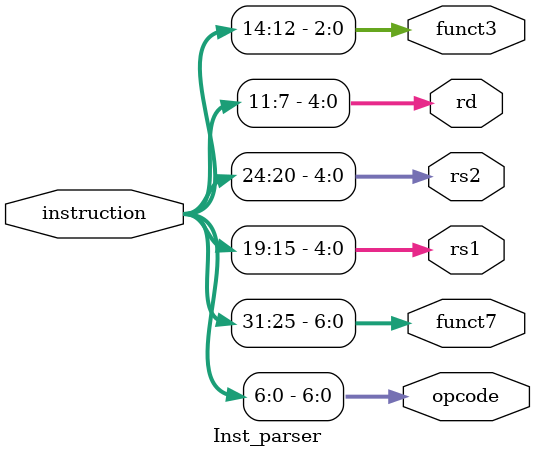
<source format=v>
module Inst_parser(	
	input [31:0] instruction,
	output reg [6:0] opcode, funct7,
	output reg [4:0] rs1, rs2, rd,
	output reg [2:0] funct3
);


always @(instruction)
begin
funct7 = instruction[31:25];
rs2 = instruction[24:20];
rs1 = instruction[19:15];
funct3  = instruction[14:12];
rd = instruction[11:7];
opcode = instruction[6:0];
end
		

endmodule


</source>
